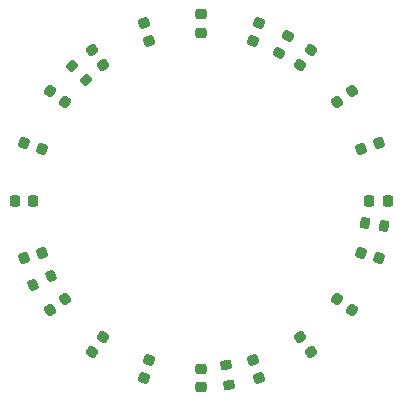
<source format=gtp>
%TF.GenerationSoftware,KiCad,Pcbnew,6.0.9-8da3e8f707~117~ubuntu22.04.1*%
%TF.CreationDate,2022-12-08T12:31:12-05:00*%
%TF.ProjectId,kicad_circular_tracks_test,6b696361-645f-4636-9972-63756c61725f,rev?*%
%TF.SameCoordinates,Original*%
%TF.FileFunction,Paste,Top*%
%TF.FilePolarity,Positive*%
%FSLAX46Y46*%
G04 Gerber Fmt 4.6, Leading zero omitted, Abs format (unit mm)*
G04 Created by KiCad (PCBNEW 6.0.9-8da3e8f707~117~ubuntu22.04.1) date 2022-12-08 12:31:12*
%MOMM*%
%LPD*%
G01*
G04 APERTURE LIST*
G04 Aperture macros list*
%AMRoundRect*
0 Rectangle with rounded corners*
0 $1 Rounding radius*
0 $2 $3 $4 $5 $6 $7 $8 $9 X,Y pos of 4 corners*
0 Add a 4 corners polygon primitive as box body*
4,1,4,$2,$3,$4,$5,$6,$7,$8,$9,$2,$3,0*
0 Add four circle primitives for the rounded corners*
1,1,$1+$1,$2,$3*
1,1,$1+$1,$4,$5*
1,1,$1+$1,$6,$7*
1,1,$1+$1,$8,$9*
0 Add four rect primitives between the rounded corners*
20,1,$1+$1,$2,$3,$4,$5,0*
20,1,$1+$1,$4,$5,$6,$7,0*
20,1,$1+$1,$6,$7,$8,$9,0*
20,1,$1+$1,$8,$9,$2,$3,0*%
G04 Aperture macros list end*
%ADD10RoundRect,0.218750X-0.176111X0.287229X-0.311306X-0.128858X0.176111X-0.287229X0.311306X0.128858X0*%
%ADD11RoundRect,0.218750X0.256250X-0.218750X0.256250X0.218750X-0.256250X0.218750X-0.256250X-0.218750X0*%
%ADD12RoundRect,0.218750X-0.256250X0.218750X-0.256250X-0.218750X0.256250X-0.218750X0.256250X0.218750X0*%
%ADD13RoundRect,0.218750X-0.287229X-0.176111X0.128858X-0.311306X0.287229X0.176111X-0.128858X0.311306X0*%
%ADD14RoundRect,0.218750X0.311306X-0.128858X0.176111X0.287229X-0.311306X0.128858X-0.176111X-0.287229X0*%
%ADD15RoundRect,0.218750X0.327592X0.078733X-0.026352X0.335889X-0.327592X-0.078733X0.026352X-0.335889X0*%
%ADD16RoundRect,0.218750X-0.128858X-0.311306X0.287229X-0.176111X0.128858X0.311306X-0.287229X0.176111X0*%
%ADD17RoundRect,0.218750X0.287229X0.176111X-0.128858X0.311306X-0.287229X-0.176111X0.128858X-0.311306X0*%
%ADD18RoundRect,0.218750X0.335889X-0.026352X0.078733X0.327592X-0.335889X0.026352X-0.078733X-0.327592X0*%
%ADD19RoundRect,0.200000X-0.065042X-0.333758X0.297482X-0.164711X0.065042X0.333758X-0.297482X0.164711X0*%
%ADD20RoundRect,0.218750X-0.335889X0.026352X-0.078733X-0.327592X0.335889X-0.026352X0.078733X0.327592X0*%
%ADD21RoundRect,0.200000X0.302901X-0.154518X0.240327X0.240557X-0.302901X0.154518X-0.240327X-0.240557X0*%
%ADD22RoundRect,0.218750X0.128858X0.311306X-0.287229X0.176111X-0.128858X-0.311306X0.287229X-0.176111X0*%
%ADD23RoundRect,0.218750X-0.327592X-0.078733X0.026352X-0.335889X0.327592X0.078733X-0.026352X0.335889X0*%
%ADD24RoundRect,0.200000X0.240557X0.240327X-0.154518X0.302901X-0.240557X-0.240327X0.154518X-0.302901X0*%
%ADD25RoundRect,0.218750X-0.218750X-0.256250X0.218750X-0.256250X0.218750X0.256250X-0.218750X0.256250X0*%
%ADD26RoundRect,0.218750X0.176111X-0.287229X0.311306X0.128858X-0.176111X0.287229X-0.311306X-0.128858X0*%
%ADD27RoundRect,0.218750X0.026352X0.335889X-0.327592X0.078733X-0.026352X-0.335889X0.327592X-0.078733X0*%
%ADD28RoundRect,0.200000X-0.154229X0.303049X-0.335825X-0.053354X0.154229X-0.303049X0.335825X0.053354X0*%
%ADD29RoundRect,0.218750X0.078733X-0.327592X0.335889X0.026352X-0.078733X0.327592X-0.335889X-0.026352X0*%
%ADD30RoundRect,0.200000X-0.335876X-0.053033X-0.053033X-0.335876X0.335876X0.053033X0.053033X0.335876X0*%
%ADD31RoundRect,0.218750X0.218750X0.256250X-0.218750X0.256250X-0.218750X-0.256250X0.218750X-0.256250X0*%
%ADD32RoundRect,0.218750X-0.026352X-0.335889X0.327592X-0.078733X0.026352X0.335889X-0.327592X0.078733X0*%
%ADD33RoundRect,0.218750X-0.311306X0.128858X-0.176111X-0.287229X0.311306X-0.128858X0.176111X0.287229X0*%
%ADD34RoundRect,0.218750X-0.078733X0.327592X-0.335889X-0.026352X0.078733X-0.327592X0.335889X0.026352X0*%
G04 APERTURE END LIST*
D10*
%TO.C,D12*%
X154878605Y-84985195D03*
X154391903Y-86483109D03*
%TD*%
D11*
%TO.C,D1*%
X150000000Y-115787500D03*
X150000000Y-114212500D03*
%TD*%
D12*
%TO.C,D11*%
X150000000Y-84212500D03*
X150000000Y-85787500D03*
%TD*%
D13*
%TO.C,D7*%
X134985195Y-95121394D03*
X136483109Y-95608096D03*
%TD*%
D14*
%TO.C,D20*%
X154878605Y-115014804D03*
X154391903Y-113516890D03*
%TD*%
D15*
%TO.C,D18*%
X162772355Y-109279659D03*
X161498153Y-108353897D03*
%TD*%
D16*
%TO.C,D5*%
X134985195Y-104878605D03*
X136483109Y-104391903D03*
%TD*%
D17*
%TO.C,D17*%
X165014804Y-104878605D03*
X163516890Y-104391903D03*
%TD*%
D18*
%TO.C,D19*%
X159279659Y-112772355D03*
X158353897Y-111498153D03*
%TD*%
D19*
%TO.C,R2*%
X135750000Y-107098660D03*
X137245408Y-106401340D03*
%TD*%
D20*
%TO.C,D9*%
X140720340Y-87227644D03*
X141646102Y-88501846D03*
%TD*%
D21*
%TO.C,R1*%
X152379058Y-115564843D03*
X152120942Y-113935157D03*
%TD*%
D22*
%TO.C,D15*%
X165014804Y-95121394D03*
X163516890Y-95608096D03*
%TD*%
D23*
%TO.C,D8*%
X137227644Y-90720340D03*
X138501846Y-91646102D03*
%TD*%
D24*
%TO.C,R5*%
X165489843Y-102129058D03*
X163860157Y-101870942D03*
%TD*%
D25*
%TO.C,D6*%
X134212500Y-100000000D03*
X135787500Y-100000000D03*
%TD*%
D26*
%TO.C,D2*%
X145121394Y-115014804D03*
X145608096Y-113516890D03*
%TD*%
D27*
%TO.C,D14*%
X162772355Y-90720340D03*
X161498153Y-91646102D03*
%TD*%
D28*
%TO.C,R4*%
X157374542Y-86014920D03*
X156625458Y-87485080D03*
%TD*%
D29*
%TO.C,D3*%
X140720340Y-112772355D03*
X141646102Y-111498153D03*
%TD*%
D30*
%TO.C,R3*%
X139083274Y-88583274D03*
X140250000Y-89750000D03*
%TD*%
D31*
%TO.C,D16*%
X165787500Y-100000000D03*
X164212500Y-100000000D03*
%TD*%
D32*
%TO.C,D4*%
X137227644Y-109279659D03*
X138501846Y-108353897D03*
%TD*%
D33*
%TO.C,D10*%
X145121394Y-84985195D03*
X145608096Y-86483109D03*
%TD*%
D34*
%TO.C,D13*%
X159279659Y-87227644D03*
X158353897Y-88501846D03*
%TD*%
M02*

</source>
